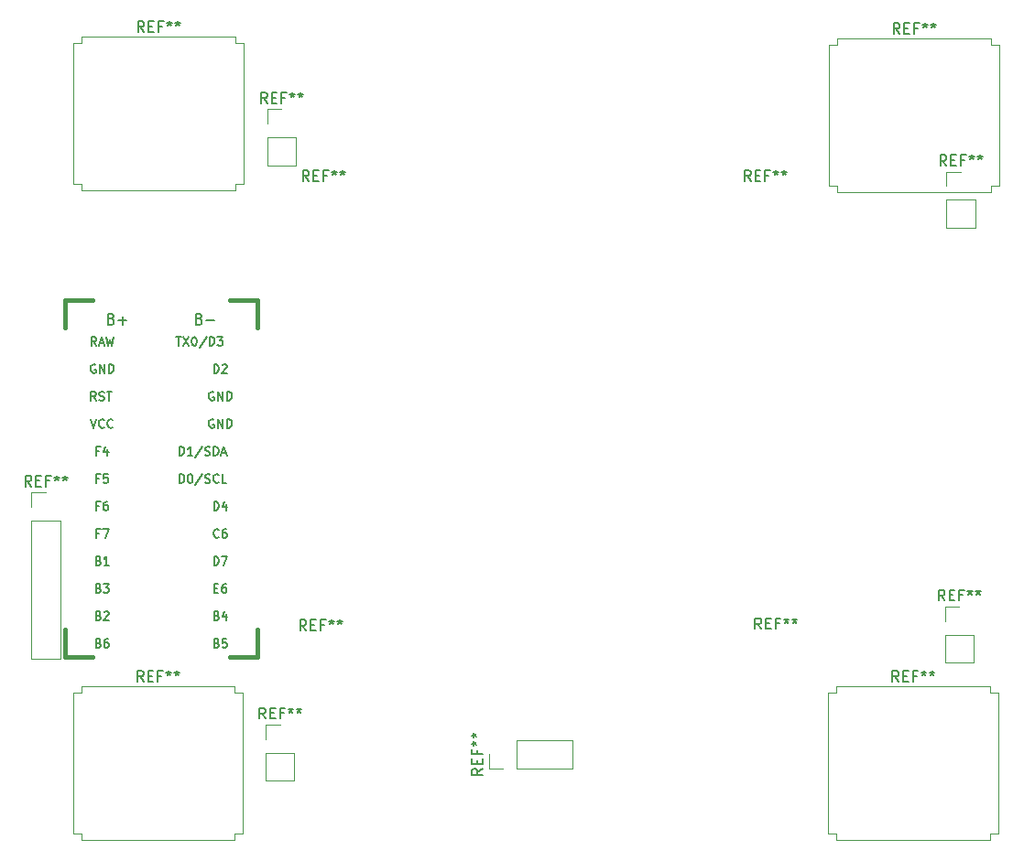
<source format=gbr>
%TF.GenerationSoftware,KiCad,Pcbnew,(6.0.1)*%
%TF.CreationDate,2022-07-08T00:12:44-07:00*%
%TF.ProjectId,OpenEx Rev2,4f70656e-4578-4205-9265-76322e6b6963,rev?*%
%TF.SameCoordinates,Original*%
%TF.FileFunction,Legend,Top*%
%TF.FilePolarity,Positive*%
%FSLAX46Y46*%
G04 Gerber Fmt 4.6, Leading zero omitted, Abs format (unit mm)*
G04 Created by KiCad (PCBNEW (6.0.1)) date 2022-07-08 00:12:44*
%MOMM*%
%LPD*%
G01*
G04 APERTURE LIST*
%ADD10C,0.150000*%
%ADD11C,0.120000*%
%ADD12C,0.381000*%
G04 APERTURE END LIST*
D10*
%TO.C,REF\u002A\u002A*%
X72428266Y-94540780D02*
X72094933Y-94064590D01*
X71856838Y-94540780D02*
X71856838Y-93540780D01*
X72237790Y-93540780D01*
X72333028Y-93588400D01*
X72380647Y-93636019D01*
X72428266Y-93731257D01*
X72428266Y-93874114D01*
X72380647Y-93969352D01*
X72333028Y-94016971D01*
X72237790Y-94064590D01*
X71856838Y-94064590D01*
X72856838Y-94016971D02*
X73190171Y-94016971D01*
X73333028Y-94540780D02*
X72856838Y-94540780D01*
X72856838Y-93540780D01*
X73333028Y-93540780D01*
X74094933Y-94016971D02*
X73761600Y-94016971D01*
X73761600Y-94540780D02*
X73761600Y-93540780D01*
X74237790Y-93540780D01*
X74761600Y-93540780D02*
X74761600Y-93778876D01*
X74523504Y-93683638D02*
X74761600Y-93778876D01*
X74999695Y-93683638D01*
X74618742Y-93969352D02*
X74761600Y-93778876D01*
X74904457Y-93969352D01*
X75523504Y-93540780D02*
X75523504Y-93778876D01*
X75285409Y-93683638D02*
X75523504Y-93778876D01*
X75761600Y-93683638D01*
X75380647Y-93969352D02*
X75523504Y-93778876D01*
X75666361Y-93969352D01*
X98082266Y-66276507D02*
X97748933Y-65800317D01*
X97510838Y-66276507D02*
X97510838Y-65276507D01*
X97891790Y-65276507D01*
X97987028Y-65324127D01*
X98034647Y-65371746D01*
X98082266Y-65466984D01*
X98082266Y-65609841D01*
X98034647Y-65705079D01*
X97987028Y-65752698D01*
X97891790Y-65800317D01*
X97510838Y-65800317D01*
X98510838Y-65752698D02*
X98844171Y-65752698D01*
X98987028Y-66276507D02*
X98510838Y-66276507D01*
X98510838Y-65276507D01*
X98987028Y-65276507D01*
X99748933Y-65752698D02*
X99415600Y-65752698D01*
X99415600Y-66276507D02*
X99415600Y-65276507D01*
X99891790Y-65276507D01*
X100415600Y-65276507D02*
X100415600Y-65514603D01*
X100177504Y-65419365D02*
X100415600Y-65514603D01*
X100653695Y-65419365D01*
X100272742Y-65705079D02*
X100415600Y-65514603D01*
X100558457Y-65705079D01*
X101177504Y-65276507D02*
X101177504Y-65514603D01*
X100939409Y-65419365D02*
X101177504Y-65514603D01*
X101415600Y-65419365D01*
X101034647Y-65705079D02*
X101177504Y-65514603D01*
X101320361Y-65705079D01*
X139890666Y-107729307D02*
X139557333Y-107253117D01*
X139319238Y-107729307D02*
X139319238Y-106729307D01*
X139700190Y-106729307D01*
X139795428Y-106776927D01*
X139843047Y-106824546D01*
X139890666Y-106919784D01*
X139890666Y-107062641D01*
X139843047Y-107157879D01*
X139795428Y-107205498D01*
X139700190Y-107253117D01*
X139319238Y-107253117D01*
X140319238Y-107205498D02*
X140652571Y-107205498D01*
X140795428Y-107729307D02*
X140319238Y-107729307D01*
X140319238Y-106729307D01*
X140795428Y-106729307D01*
X141557333Y-107205498D02*
X141224000Y-107205498D01*
X141224000Y-107729307D02*
X141224000Y-106729307D01*
X141700190Y-106729307D01*
X142224000Y-106729307D02*
X142224000Y-106967403D01*
X141985904Y-106872165D02*
X142224000Y-106967403D01*
X142462095Y-106872165D01*
X142081142Y-107157879D02*
X142224000Y-106967403D01*
X142366857Y-107157879D01*
X142985904Y-106729307D02*
X142985904Y-106967403D01*
X142747809Y-106872165D02*
X142985904Y-106967403D01*
X143224000Y-106872165D01*
X142843047Y-107157879D02*
X142985904Y-106967403D01*
X143128761Y-107157879D01*
X82842266Y-52497980D02*
X82508933Y-52021790D01*
X82270838Y-52497980D02*
X82270838Y-51497980D01*
X82651790Y-51497980D01*
X82747028Y-51545600D01*
X82794647Y-51593219D01*
X82842266Y-51688457D01*
X82842266Y-51831314D01*
X82794647Y-51926552D01*
X82747028Y-51974171D01*
X82651790Y-52021790D01*
X82270838Y-52021790D01*
X83270838Y-51974171D02*
X83604171Y-51974171D01*
X83747028Y-52497980D02*
X83270838Y-52497980D01*
X83270838Y-51497980D01*
X83747028Y-51497980D01*
X84508933Y-51974171D02*
X84175600Y-51974171D01*
X84175600Y-52497980D02*
X84175600Y-51497980D01*
X84651790Y-51497980D01*
X85175600Y-51497980D02*
X85175600Y-51736076D01*
X84937504Y-51640838D02*
X85175600Y-51736076D01*
X85413695Y-51640838D01*
X85032742Y-51926552D02*
X85175600Y-51736076D01*
X85318457Y-51926552D01*
X85937504Y-51497980D02*
X85937504Y-51736076D01*
X85699409Y-51640838D02*
X85937504Y-51736076D01*
X86175600Y-51640838D01*
X85794647Y-51926552D02*
X85937504Y-51736076D01*
X86080361Y-51926552D01*
X94221466Y-59082380D02*
X93888133Y-58606190D01*
X93650038Y-59082380D02*
X93650038Y-58082380D01*
X94030990Y-58082380D01*
X94126228Y-58130000D01*
X94173847Y-58177619D01*
X94221466Y-58272857D01*
X94221466Y-58415714D01*
X94173847Y-58510952D01*
X94126228Y-58558571D01*
X94030990Y-58606190D01*
X93650038Y-58606190D01*
X94650038Y-58558571D02*
X94983371Y-58558571D01*
X95126228Y-59082380D02*
X94650038Y-59082380D01*
X94650038Y-58082380D01*
X95126228Y-58082380D01*
X95888133Y-58558571D02*
X95554800Y-58558571D01*
X95554800Y-59082380D02*
X95554800Y-58082380D01*
X96030990Y-58082380D01*
X96554800Y-58082380D02*
X96554800Y-58320476D01*
X96316704Y-58225238D02*
X96554800Y-58320476D01*
X96792895Y-58225238D01*
X96411942Y-58510952D02*
X96554800Y-58320476D01*
X96697657Y-58510952D01*
X97316704Y-58082380D02*
X97316704Y-58320476D01*
X97078609Y-58225238D02*
X97316704Y-58320476D01*
X97554800Y-58225238D01*
X97173847Y-58510952D02*
X97316704Y-58320476D01*
X97459561Y-58510952D01*
X114149580Y-120662533D02*
X113673390Y-120995866D01*
X114149580Y-121233961D02*
X113149580Y-121233961D01*
X113149580Y-120853009D01*
X113197200Y-120757771D01*
X113244819Y-120710152D01*
X113340057Y-120662533D01*
X113482914Y-120662533D01*
X113578152Y-120710152D01*
X113625771Y-120757771D01*
X113673390Y-120853009D01*
X113673390Y-121233961D01*
X113625771Y-120233961D02*
X113625771Y-119900628D01*
X114149580Y-119757771D02*
X114149580Y-120233961D01*
X113149580Y-120233961D01*
X113149580Y-119757771D01*
X113625771Y-118995866D02*
X113625771Y-119329200D01*
X114149580Y-119329200D02*
X113149580Y-119329200D01*
X113149580Y-118853009D01*
X113149580Y-118329200D02*
X113387676Y-118329200D01*
X113292438Y-118567295D02*
X113387676Y-118329200D01*
X113292438Y-118091104D01*
X113578152Y-118472057D02*
X113387676Y-118329200D01*
X113578152Y-118186342D01*
X113149580Y-117567295D02*
X113387676Y-117567295D01*
X113292438Y-117805390D02*
X113387676Y-117567295D01*
X113292438Y-117329200D01*
X113578152Y-117710152D02*
X113387676Y-117567295D01*
X113578152Y-117424438D01*
X97828266Y-107881707D02*
X97494933Y-107405517D01*
X97256838Y-107881707D02*
X97256838Y-106881707D01*
X97637790Y-106881707D01*
X97733028Y-106929327D01*
X97780647Y-106976946D01*
X97828266Y-107072184D01*
X97828266Y-107215041D01*
X97780647Y-107310279D01*
X97733028Y-107357898D01*
X97637790Y-107405517D01*
X97256838Y-107405517D01*
X98256838Y-107357898D02*
X98590171Y-107357898D01*
X98733028Y-107881707D02*
X98256838Y-107881707D01*
X98256838Y-106881707D01*
X98733028Y-106881707D01*
X99494933Y-107357898D02*
X99161600Y-107357898D01*
X99161600Y-107881707D02*
X99161600Y-106881707D01*
X99637790Y-106881707D01*
X100161600Y-106881707D02*
X100161600Y-107119803D01*
X99923504Y-107024565D02*
X100161600Y-107119803D01*
X100399695Y-107024565D01*
X100018742Y-107310279D02*
X100161600Y-107119803D01*
X100304457Y-107310279D01*
X100923504Y-106881707D02*
X100923504Y-107119803D01*
X100685409Y-107024565D02*
X100923504Y-107119803D01*
X101161600Y-107024565D01*
X100780647Y-107310279D02*
X100923504Y-107119803D01*
X101066361Y-107310279D01*
X157010266Y-64873580D02*
X156676933Y-64397390D01*
X156438838Y-64873580D02*
X156438838Y-63873580D01*
X156819790Y-63873580D01*
X156915028Y-63921200D01*
X156962647Y-63968819D01*
X157010266Y-64064057D01*
X157010266Y-64206914D01*
X156962647Y-64302152D01*
X156915028Y-64349771D01*
X156819790Y-64397390D01*
X156438838Y-64397390D01*
X157438838Y-64349771D02*
X157772171Y-64349771D01*
X157915028Y-64873580D02*
X157438838Y-64873580D01*
X157438838Y-63873580D01*
X157915028Y-63873580D01*
X158676933Y-64349771D02*
X158343600Y-64349771D01*
X158343600Y-64873580D02*
X158343600Y-63873580D01*
X158819790Y-63873580D01*
X159343600Y-63873580D02*
X159343600Y-64111676D01*
X159105504Y-64016438D02*
X159343600Y-64111676D01*
X159581695Y-64016438D01*
X159200742Y-64302152D02*
X159343600Y-64111676D01*
X159486457Y-64302152D01*
X160105504Y-63873580D02*
X160105504Y-64111676D01*
X159867409Y-64016438D02*
X160105504Y-64111676D01*
X160343600Y-64016438D01*
X159962647Y-64302152D02*
X160105504Y-64111676D01*
X160248361Y-64302152D01*
X82791466Y-112594380D02*
X82458133Y-112118190D01*
X82220038Y-112594380D02*
X82220038Y-111594380D01*
X82600990Y-111594380D01*
X82696228Y-111642000D01*
X82743847Y-111689619D01*
X82791466Y-111784857D01*
X82791466Y-111927714D01*
X82743847Y-112022952D01*
X82696228Y-112070571D01*
X82600990Y-112118190D01*
X82220038Y-112118190D01*
X83220038Y-112070571D02*
X83553371Y-112070571D01*
X83696228Y-112594380D02*
X83220038Y-112594380D01*
X83220038Y-111594380D01*
X83696228Y-111594380D01*
X84458133Y-112070571D02*
X84124800Y-112070571D01*
X84124800Y-112594380D02*
X84124800Y-111594380D01*
X84600990Y-111594380D01*
X85124800Y-111594380D02*
X85124800Y-111832476D01*
X84886704Y-111737238D02*
X85124800Y-111832476D01*
X85362895Y-111737238D01*
X84981942Y-112022952D02*
X85124800Y-111832476D01*
X85267657Y-112022952D01*
X85886704Y-111594380D02*
X85886704Y-111832476D01*
X85648609Y-111737238D02*
X85886704Y-111832476D01*
X86124800Y-111737238D01*
X85743847Y-112022952D02*
X85886704Y-111832476D01*
X86029561Y-112022952D01*
X138925466Y-66276507D02*
X138592133Y-65800317D01*
X138354038Y-66276507D02*
X138354038Y-65276507D01*
X138734990Y-65276507D01*
X138830228Y-65324127D01*
X138877847Y-65371746D01*
X138925466Y-65466984D01*
X138925466Y-65609841D01*
X138877847Y-65705079D01*
X138830228Y-65752698D01*
X138734990Y-65800317D01*
X138354038Y-65800317D01*
X139354038Y-65752698D02*
X139687371Y-65752698D01*
X139830228Y-66276507D02*
X139354038Y-66276507D01*
X139354038Y-65276507D01*
X139830228Y-65276507D01*
X140592133Y-65752698D02*
X140258800Y-65752698D01*
X140258800Y-66276507D02*
X140258800Y-65276507D01*
X140734990Y-65276507D01*
X141258800Y-65276507D02*
X141258800Y-65514603D01*
X141020704Y-65419365D02*
X141258800Y-65514603D01*
X141496895Y-65419365D01*
X141115942Y-65705079D02*
X141258800Y-65514603D01*
X141401657Y-65705079D01*
X142020704Y-65276507D02*
X142020704Y-65514603D01*
X141782609Y-65419365D02*
X142020704Y-65514603D01*
X142258800Y-65419365D01*
X141877847Y-65705079D02*
X142020704Y-65514603D01*
X142163561Y-65705079D01*
X94069066Y-116029180D02*
X93735733Y-115552990D01*
X93497638Y-116029180D02*
X93497638Y-115029180D01*
X93878590Y-115029180D01*
X93973828Y-115076800D01*
X94021447Y-115124419D01*
X94069066Y-115219657D01*
X94069066Y-115362514D01*
X94021447Y-115457752D01*
X93973828Y-115505371D01*
X93878590Y-115552990D01*
X93497638Y-115552990D01*
X94497638Y-115505371D02*
X94830971Y-115505371D01*
X94973828Y-116029180D02*
X94497638Y-116029180D01*
X94497638Y-115029180D01*
X94973828Y-115029180D01*
X95735733Y-115505371D02*
X95402400Y-115505371D01*
X95402400Y-116029180D02*
X95402400Y-115029180D01*
X95878590Y-115029180D01*
X96402400Y-115029180D02*
X96402400Y-115267276D01*
X96164304Y-115172038D02*
X96402400Y-115267276D01*
X96640495Y-115172038D01*
X96259542Y-115457752D02*
X96402400Y-115267276D01*
X96545257Y-115457752D01*
X97164304Y-115029180D02*
X97164304Y-115267276D01*
X96926209Y-115172038D02*
X97164304Y-115267276D01*
X97402400Y-115172038D01*
X97021447Y-115457752D02*
X97164304Y-115267276D01*
X97307161Y-115457752D01*
X152692266Y-52650380D02*
X152358933Y-52174190D01*
X152120838Y-52650380D02*
X152120838Y-51650380D01*
X152501790Y-51650380D01*
X152597028Y-51698000D01*
X152644647Y-51745619D01*
X152692266Y-51840857D01*
X152692266Y-51983714D01*
X152644647Y-52078952D01*
X152597028Y-52126571D01*
X152501790Y-52174190D01*
X152120838Y-52174190D01*
X153120838Y-52126571D02*
X153454171Y-52126571D01*
X153597028Y-52650380D02*
X153120838Y-52650380D01*
X153120838Y-51650380D01*
X153597028Y-51650380D01*
X154358933Y-52126571D02*
X154025600Y-52126571D01*
X154025600Y-52650380D02*
X154025600Y-51650380D01*
X154501790Y-51650380D01*
X155025600Y-51650380D02*
X155025600Y-51888476D01*
X154787504Y-51793238D02*
X155025600Y-51888476D01*
X155263695Y-51793238D01*
X154882742Y-52078952D02*
X155025600Y-51888476D01*
X155168457Y-52078952D01*
X155787504Y-51650380D02*
X155787504Y-51888476D01*
X155549409Y-51793238D02*
X155787504Y-51888476D01*
X156025600Y-51793238D01*
X155644647Y-52078952D02*
X155787504Y-51888476D01*
X155930361Y-52078952D01*
X152590666Y-112594380D02*
X152257333Y-112118190D01*
X152019238Y-112594380D02*
X152019238Y-111594380D01*
X152400190Y-111594380D01*
X152495428Y-111642000D01*
X152543047Y-111689619D01*
X152590666Y-111784857D01*
X152590666Y-111927714D01*
X152543047Y-112022952D01*
X152495428Y-112070571D01*
X152400190Y-112118190D01*
X152019238Y-112118190D01*
X153019238Y-112070571D02*
X153352571Y-112070571D01*
X153495428Y-112594380D02*
X153019238Y-112594380D01*
X153019238Y-111594380D01*
X153495428Y-111594380D01*
X154257333Y-112070571D02*
X153924000Y-112070571D01*
X153924000Y-112594380D02*
X153924000Y-111594380D01*
X154400190Y-111594380D01*
X154924000Y-111594380D02*
X154924000Y-111832476D01*
X154685904Y-111737238D02*
X154924000Y-111832476D01*
X155162095Y-111737238D01*
X154781142Y-112022952D02*
X154924000Y-111832476D01*
X155066857Y-112022952D01*
X155685904Y-111594380D02*
X155685904Y-111832476D01*
X155447809Y-111737238D02*
X155685904Y-111832476D01*
X155924000Y-111737238D01*
X155543047Y-112022952D02*
X155685904Y-111832476D01*
X155828761Y-112022952D01*
X156857866Y-105107180D02*
X156524533Y-104630990D01*
X156286438Y-105107180D02*
X156286438Y-104107180D01*
X156667390Y-104107180D01*
X156762628Y-104154800D01*
X156810247Y-104202419D01*
X156857866Y-104297657D01*
X156857866Y-104440514D01*
X156810247Y-104535752D01*
X156762628Y-104583371D01*
X156667390Y-104630990D01*
X156286438Y-104630990D01*
X157286438Y-104583371D02*
X157619771Y-104583371D01*
X157762628Y-105107180D02*
X157286438Y-105107180D01*
X157286438Y-104107180D01*
X157762628Y-104107180D01*
X158524533Y-104583371D02*
X158191200Y-104583371D01*
X158191200Y-105107180D02*
X158191200Y-104107180D01*
X158667390Y-104107180D01*
X159191200Y-104107180D02*
X159191200Y-104345276D01*
X158953104Y-104250038D02*
X159191200Y-104345276D01*
X159429295Y-104250038D01*
X159048342Y-104535752D02*
X159191200Y-104345276D01*
X159334057Y-104535752D01*
X159953104Y-104107180D02*
X159953104Y-104345276D01*
X159715009Y-104250038D02*
X159953104Y-104345276D01*
X160191200Y-104250038D01*
X159810247Y-104535752D02*
X159953104Y-104345276D01*
X160095961Y-104535752D01*
%TO.C,U1*%
X78701933Y-93776007D02*
X78435266Y-93776007D01*
X78435266Y-94195054D02*
X78435266Y-93395054D01*
X78816219Y-93395054D01*
X79501933Y-93395054D02*
X79120980Y-93395054D01*
X79082885Y-93776007D01*
X79120980Y-93737911D01*
X79197171Y-93699816D01*
X79387647Y-93699816D01*
X79463838Y-93737911D01*
X79501933Y-93776007D01*
X79540028Y-93852197D01*
X79540028Y-94042673D01*
X79501933Y-94118864D01*
X79463838Y-94156959D01*
X79387647Y-94195054D01*
X79197171Y-94195054D01*
X79120980Y-94156959D01*
X79082885Y-94118864D01*
X78644790Y-106476007D02*
X78759076Y-106514102D01*
X78797171Y-106552197D01*
X78835266Y-106628388D01*
X78835266Y-106742673D01*
X78797171Y-106818864D01*
X78759076Y-106856959D01*
X78682885Y-106895054D01*
X78378123Y-106895054D01*
X78378123Y-106095054D01*
X78644790Y-106095054D01*
X78720980Y-106133150D01*
X78759076Y-106171245D01*
X78797171Y-106247435D01*
X78797171Y-106323626D01*
X78759076Y-106399816D01*
X78720980Y-106437911D01*
X78644790Y-106476007D01*
X78378123Y-106476007D01*
X79140028Y-106171245D02*
X79178123Y-106133150D01*
X79254314Y-106095054D01*
X79444790Y-106095054D01*
X79520980Y-106133150D01*
X79559076Y-106171245D01*
X79597171Y-106247435D01*
X79597171Y-106323626D01*
X79559076Y-106437911D01*
X79101933Y-106895054D01*
X79597171Y-106895054D01*
X78644790Y-103936007D02*
X78759076Y-103974102D01*
X78797171Y-104012197D01*
X78835266Y-104088388D01*
X78835266Y-104202673D01*
X78797171Y-104278864D01*
X78759076Y-104316959D01*
X78682885Y-104355054D01*
X78378123Y-104355054D01*
X78378123Y-103555054D01*
X78644790Y-103555054D01*
X78720980Y-103593150D01*
X78759076Y-103631245D01*
X78797171Y-103707435D01*
X78797171Y-103783626D01*
X78759076Y-103859816D01*
X78720980Y-103897911D01*
X78644790Y-103936007D01*
X78378123Y-103936007D01*
X79101933Y-103555054D02*
X79597171Y-103555054D01*
X79330504Y-103859816D01*
X79444790Y-103859816D01*
X79520980Y-103897911D01*
X79559076Y-103936007D01*
X79597171Y-104012197D01*
X79597171Y-104202673D01*
X79559076Y-104278864D01*
X79520980Y-104316959D01*
X79444790Y-104355054D01*
X79216219Y-104355054D01*
X79140028Y-104316959D01*
X79101933Y-104278864D01*
X86125314Y-94195054D02*
X86125314Y-93395054D01*
X86315790Y-93395054D01*
X86430076Y-93433150D01*
X86506266Y-93509340D01*
X86544361Y-93585530D01*
X86582457Y-93737911D01*
X86582457Y-93852197D01*
X86544361Y-94004578D01*
X86506266Y-94080769D01*
X86430076Y-94156959D01*
X86315790Y-94195054D01*
X86125314Y-94195054D01*
X87077695Y-93395054D02*
X87153885Y-93395054D01*
X87230076Y-93433150D01*
X87268171Y-93471245D01*
X87306266Y-93547435D01*
X87344361Y-93699816D01*
X87344361Y-93890292D01*
X87306266Y-94042673D01*
X87268171Y-94118864D01*
X87230076Y-94156959D01*
X87153885Y-94195054D01*
X87077695Y-94195054D01*
X87001504Y-94156959D01*
X86963409Y-94118864D01*
X86925314Y-94042673D01*
X86887219Y-93890292D01*
X86887219Y-93699816D01*
X86925314Y-93547435D01*
X86963409Y-93471245D01*
X87001504Y-93433150D01*
X87077695Y-93395054D01*
X88258647Y-93356959D02*
X87572933Y-94385530D01*
X88487219Y-94156959D02*
X88601504Y-94195054D01*
X88791980Y-94195054D01*
X88868171Y-94156959D01*
X88906266Y-94118864D01*
X88944361Y-94042673D01*
X88944361Y-93966483D01*
X88906266Y-93890292D01*
X88868171Y-93852197D01*
X88791980Y-93814102D01*
X88639600Y-93776007D01*
X88563409Y-93737911D01*
X88525314Y-93699816D01*
X88487219Y-93623626D01*
X88487219Y-93547435D01*
X88525314Y-93471245D01*
X88563409Y-93433150D01*
X88639600Y-93395054D01*
X88830076Y-93395054D01*
X88944361Y-93433150D01*
X89744361Y-94118864D02*
X89706266Y-94156959D01*
X89591980Y-94195054D01*
X89515790Y-94195054D01*
X89401504Y-94156959D01*
X89325314Y-94080769D01*
X89287219Y-94004578D01*
X89249123Y-93852197D01*
X89249123Y-93737911D01*
X89287219Y-93585530D01*
X89325314Y-93509340D01*
X89401504Y-93433150D01*
X89515790Y-93395054D01*
X89591980Y-93395054D01*
X89706266Y-93433150D01*
X89744361Y-93471245D01*
X90468171Y-94195054D02*
X90087219Y-94195054D01*
X90087219Y-93395054D01*
X86106266Y-91655054D02*
X86106266Y-90855054D01*
X86296742Y-90855054D01*
X86411028Y-90893150D01*
X86487219Y-90969340D01*
X86525314Y-91045530D01*
X86563409Y-91197911D01*
X86563409Y-91312197D01*
X86525314Y-91464578D01*
X86487219Y-91540769D01*
X86411028Y-91616959D01*
X86296742Y-91655054D01*
X86106266Y-91655054D01*
X87325314Y-91655054D02*
X86868171Y-91655054D01*
X87096742Y-91655054D02*
X87096742Y-90855054D01*
X87020552Y-90969340D01*
X86944361Y-91045530D01*
X86868171Y-91083626D01*
X88239600Y-90816959D02*
X87553885Y-91845530D01*
X88468171Y-91616959D02*
X88582457Y-91655054D01*
X88772933Y-91655054D01*
X88849123Y-91616959D01*
X88887219Y-91578864D01*
X88925314Y-91502673D01*
X88925314Y-91426483D01*
X88887219Y-91350292D01*
X88849123Y-91312197D01*
X88772933Y-91274102D01*
X88620552Y-91236007D01*
X88544361Y-91197911D01*
X88506266Y-91159816D01*
X88468171Y-91083626D01*
X88468171Y-91007435D01*
X88506266Y-90931245D01*
X88544361Y-90893150D01*
X88620552Y-90855054D01*
X88811028Y-90855054D01*
X88925314Y-90893150D01*
X89268171Y-91655054D02*
X89268171Y-90855054D01*
X89458647Y-90855054D01*
X89572933Y-90893150D01*
X89649123Y-90969340D01*
X89687219Y-91045530D01*
X89725314Y-91197911D01*
X89725314Y-91312197D01*
X89687219Y-91464578D01*
X89649123Y-91540769D01*
X89572933Y-91616959D01*
X89458647Y-91655054D01*
X89268171Y-91655054D01*
X90030076Y-91426483D02*
X90411028Y-91426483D01*
X89953885Y-91655054D02*
X90220552Y-90855054D01*
X90487219Y-91655054D01*
X89566790Y-109016007D02*
X89681076Y-109054102D01*
X89719171Y-109092197D01*
X89757266Y-109168388D01*
X89757266Y-109282673D01*
X89719171Y-109358864D01*
X89681076Y-109396959D01*
X89604885Y-109435054D01*
X89300123Y-109435054D01*
X89300123Y-108635054D01*
X89566790Y-108635054D01*
X89642980Y-108673150D01*
X89681076Y-108711245D01*
X89719171Y-108787435D01*
X89719171Y-108863626D01*
X89681076Y-108939816D01*
X89642980Y-108977911D01*
X89566790Y-109016007D01*
X89300123Y-109016007D01*
X90481076Y-108635054D02*
X90100123Y-108635054D01*
X90062028Y-109016007D01*
X90100123Y-108977911D01*
X90176314Y-108939816D01*
X90366790Y-108939816D01*
X90442980Y-108977911D01*
X90481076Y-109016007D01*
X90519171Y-109092197D01*
X90519171Y-109282673D01*
X90481076Y-109358864D01*
X90442980Y-109396959D01*
X90366790Y-109435054D01*
X90176314Y-109435054D01*
X90100123Y-109396959D01*
X90062028Y-109358864D01*
X89566790Y-106476008D02*
X89681076Y-106514103D01*
X89719171Y-106552198D01*
X89757266Y-106628389D01*
X89757266Y-106742674D01*
X89719171Y-106818865D01*
X89681076Y-106856960D01*
X89604885Y-106895055D01*
X89300123Y-106895055D01*
X89300123Y-106095055D01*
X89566790Y-106095055D01*
X89642980Y-106133151D01*
X89681076Y-106171246D01*
X89719171Y-106247436D01*
X89719171Y-106323627D01*
X89681076Y-106399817D01*
X89642980Y-106437912D01*
X89566790Y-106476008D01*
X89300123Y-106476008D01*
X90442980Y-106361722D02*
X90442980Y-106895055D01*
X90252504Y-106056960D02*
X90062028Y-106628389D01*
X90557266Y-106628389D01*
X89757266Y-99198864D02*
X89719171Y-99236959D01*
X89604885Y-99275054D01*
X89528695Y-99275054D01*
X89414409Y-99236959D01*
X89338219Y-99160769D01*
X89300123Y-99084578D01*
X89262028Y-98932197D01*
X89262028Y-98817911D01*
X89300123Y-98665530D01*
X89338219Y-98589340D01*
X89414409Y-98513150D01*
X89528695Y-98475054D01*
X89604885Y-98475054D01*
X89719171Y-98513150D01*
X89757266Y-98551245D01*
X90442980Y-98475054D02*
X90290600Y-98475054D01*
X90214409Y-98513150D01*
X90176314Y-98551245D01*
X90100123Y-98665530D01*
X90062028Y-98817911D01*
X90062028Y-99122673D01*
X90100123Y-99198864D01*
X90138219Y-99236959D01*
X90214409Y-99275054D01*
X90366790Y-99275054D01*
X90442980Y-99236959D01*
X90481076Y-99198864D01*
X90519171Y-99122673D01*
X90519171Y-98932197D01*
X90481076Y-98856007D01*
X90442980Y-98817911D01*
X90366790Y-98779816D01*
X90214409Y-98779816D01*
X90138219Y-98817911D01*
X90100123Y-98856007D01*
X90062028Y-98932197D01*
X78416219Y-81495054D02*
X78149552Y-81114102D01*
X77959076Y-81495054D02*
X77959076Y-80695054D01*
X78263838Y-80695054D01*
X78340028Y-80733150D01*
X78378123Y-80771245D01*
X78416219Y-80847435D01*
X78416219Y-80961721D01*
X78378123Y-81037911D01*
X78340028Y-81076007D01*
X78263838Y-81114102D01*
X77959076Y-81114102D01*
X78720980Y-81266483D02*
X79101933Y-81266483D01*
X78644790Y-81495054D02*
X78911457Y-80695054D01*
X79178123Y-81495054D01*
X79368600Y-80695054D02*
X79559076Y-81495054D01*
X79711457Y-80923626D01*
X79863838Y-81495054D01*
X80054314Y-80695054D01*
X78403504Y-86575054D02*
X78136838Y-86194102D01*
X77946361Y-86575054D02*
X77946361Y-85775054D01*
X78251123Y-85775054D01*
X78327314Y-85813150D01*
X78365409Y-85851245D01*
X78403504Y-85927435D01*
X78403504Y-86041721D01*
X78365409Y-86117911D01*
X78327314Y-86156007D01*
X78251123Y-86194102D01*
X77946361Y-86194102D01*
X78708266Y-86536959D02*
X78822552Y-86575054D01*
X79013028Y-86575054D01*
X79089219Y-86536959D01*
X79127314Y-86498864D01*
X79165409Y-86422673D01*
X79165409Y-86346483D01*
X79127314Y-86270292D01*
X79089219Y-86232197D01*
X79013028Y-86194102D01*
X78860647Y-86156007D01*
X78784457Y-86117911D01*
X78746361Y-86079816D01*
X78708266Y-86003626D01*
X78708266Y-85927435D01*
X78746361Y-85851245D01*
X78784457Y-85813150D01*
X78860647Y-85775054D01*
X79051123Y-85775054D01*
X79165409Y-85813150D01*
X79393980Y-85775054D02*
X79851123Y-85775054D01*
X79622552Y-86575054D02*
X79622552Y-85775054D01*
X78359076Y-83273149D02*
X78282885Y-83235053D01*
X78168600Y-83235053D01*
X78054314Y-83273149D01*
X77978123Y-83349339D01*
X77940028Y-83425529D01*
X77901933Y-83577910D01*
X77901933Y-83692196D01*
X77940028Y-83844577D01*
X77978123Y-83920768D01*
X78054314Y-83996958D01*
X78168600Y-84035053D01*
X78244790Y-84035053D01*
X78359076Y-83996958D01*
X78397171Y-83958863D01*
X78397171Y-83692196D01*
X78244790Y-83692196D01*
X78740028Y-84035053D02*
X78740028Y-83235053D01*
X79197171Y-84035053D01*
X79197171Y-83235053D01*
X79578123Y-84035053D02*
X79578123Y-83235053D01*
X79768600Y-83235053D01*
X79882885Y-83273149D01*
X79959076Y-83349339D01*
X79997171Y-83425529D01*
X80035266Y-83577910D01*
X80035266Y-83692196D01*
X79997171Y-83844577D01*
X79959076Y-83920768D01*
X79882885Y-83996958D01*
X79768600Y-84035053D01*
X79578123Y-84035053D01*
X89300123Y-84035054D02*
X89300123Y-83235054D01*
X89490600Y-83235054D01*
X89604885Y-83273150D01*
X89681076Y-83349340D01*
X89719171Y-83425530D01*
X89757266Y-83577911D01*
X89757266Y-83692197D01*
X89719171Y-83844578D01*
X89681076Y-83920769D01*
X89604885Y-83996959D01*
X89490600Y-84035054D01*
X89300123Y-84035054D01*
X90062028Y-83311245D02*
X90100123Y-83273150D01*
X90176314Y-83235054D01*
X90366790Y-83235054D01*
X90442980Y-83273150D01*
X90481076Y-83311245D01*
X90519171Y-83387435D01*
X90519171Y-83463626D01*
X90481076Y-83577911D01*
X90023933Y-84035054D01*
X90519171Y-84035054D01*
X89281076Y-85813150D02*
X89204885Y-85775054D01*
X89090600Y-85775054D01*
X88976314Y-85813150D01*
X88900123Y-85889340D01*
X88862028Y-85965530D01*
X88823933Y-86117911D01*
X88823933Y-86232197D01*
X88862028Y-86384578D01*
X88900123Y-86460769D01*
X88976314Y-86536959D01*
X89090600Y-86575054D01*
X89166790Y-86575054D01*
X89281076Y-86536959D01*
X89319171Y-86498864D01*
X89319171Y-86232197D01*
X89166790Y-86232197D01*
X89662028Y-86575054D02*
X89662028Y-85775054D01*
X90119171Y-86575054D01*
X90119171Y-85775054D01*
X90500123Y-86575054D02*
X90500123Y-85775054D01*
X90690600Y-85775054D01*
X90804885Y-85813150D01*
X90881076Y-85889340D01*
X90919171Y-85965530D01*
X90957266Y-86117911D01*
X90957266Y-86232197D01*
X90919171Y-86384578D01*
X90881076Y-86460769D01*
X90804885Y-86536959D01*
X90690600Y-86575054D01*
X90500123Y-86575054D01*
X78701933Y-91236007D02*
X78435266Y-91236007D01*
X78435266Y-91655054D02*
X78435266Y-90855054D01*
X78816219Y-90855054D01*
X79463838Y-91121721D02*
X79463838Y-91655054D01*
X79273361Y-90816959D02*
X79082885Y-91388388D01*
X79578123Y-91388388D01*
X78644790Y-101396007D02*
X78759076Y-101434102D01*
X78797171Y-101472197D01*
X78835266Y-101548388D01*
X78835266Y-101662673D01*
X78797171Y-101738864D01*
X78759076Y-101776959D01*
X78682885Y-101815054D01*
X78378123Y-101815054D01*
X78378123Y-101015054D01*
X78644790Y-101015054D01*
X78720980Y-101053150D01*
X78759076Y-101091245D01*
X78797171Y-101167435D01*
X78797171Y-101243626D01*
X78759076Y-101319816D01*
X78720980Y-101357911D01*
X78644790Y-101396007D01*
X78378123Y-101396007D01*
X79597171Y-101815054D02*
X79140028Y-101815054D01*
X79368600Y-101815054D02*
X79368600Y-101015054D01*
X79292409Y-101129340D01*
X79216219Y-101205530D01*
X79140028Y-101243626D01*
X79817980Y-79029721D02*
X79960838Y-79077340D01*
X80008457Y-79124959D01*
X80056076Y-79220197D01*
X80056076Y-79363054D01*
X80008457Y-79458292D01*
X79960838Y-79505911D01*
X79865600Y-79553530D01*
X79484647Y-79553530D01*
X79484647Y-78553530D01*
X79817980Y-78553530D01*
X79913219Y-78601150D01*
X79960838Y-78648769D01*
X80008457Y-78744007D01*
X80008457Y-78839245D01*
X79960838Y-78934483D01*
X79913219Y-78982102D01*
X79817980Y-79029721D01*
X79484647Y-79029721D01*
X80484647Y-79172578D02*
X81246552Y-79172578D01*
X80865600Y-79553530D02*
X80865600Y-78791626D01*
X89281076Y-88353150D02*
X89204885Y-88315054D01*
X89090600Y-88315054D01*
X88976314Y-88353150D01*
X88900123Y-88429340D01*
X88862028Y-88505530D01*
X88823933Y-88657911D01*
X88823933Y-88772197D01*
X88862028Y-88924578D01*
X88900123Y-89000769D01*
X88976314Y-89076959D01*
X89090600Y-89115054D01*
X89166790Y-89115054D01*
X89281076Y-89076959D01*
X89319171Y-89038864D01*
X89319171Y-88772197D01*
X89166790Y-88772197D01*
X89662028Y-89115054D02*
X89662028Y-88315054D01*
X90119171Y-89115054D01*
X90119171Y-88315054D01*
X90500123Y-89115054D02*
X90500123Y-88315054D01*
X90690600Y-88315054D01*
X90804885Y-88353150D01*
X90881076Y-88429340D01*
X90919171Y-88505530D01*
X90957266Y-88657911D01*
X90957266Y-88772197D01*
X90919171Y-88924578D01*
X90881076Y-89000769D01*
X90804885Y-89076959D01*
X90690600Y-89115054D01*
X90500123Y-89115054D01*
X78644790Y-109016007D02*
X78759076Y-109054102D01*
X78797171Y-109092197D01*
X78835266Y-109168388D01*
X78835266Y-109282673D01*
X78797171Y-109358864D01*
X78759076Y-109396959D01*
X78682885Y-109435054D01*
X78378123Y-109435054D01*
X78378123Y-108635054D01*
X78644790Y-108635054D01*
X78720980Y-108673150D01*
X78759076Y-108711245D01*
X78797171Y-108787435D01*
X78797171Y-108863626D01*
X78759076Y-108939816D01*
X78720980Y-108977911D01*
X78644790Y-109016007D01*
X78378123Y-109016007D01*
X79520980Y-108635054D02*
X79368600Y-108635054D01*
X79292409Y-108673150D01*
X79254314Y-108711245D01*
X79178123Y-108825530D01*
X79140028Y-108977911D01*
X79140028Y-109282673D01*
X79178123Y-109358864D01*
X79216219Y-109396959D01*
X79292409Y-109435054D01*
X79444790Y-109435054D01*
X79520980Y-109396959D01*
X79559076Y-109358864D01*
X79597171Y-109282673D01*
X79597171Y-109092197D01*
X79559076Y-109016007D01*
X79520980Y-108977911D01*
X79444790Y-108939816D01*
X79292409Y-108939816D01*
X79216219Y-108977911D01*
X79178123Y-109016007D01*
X79140028Y-109092197D01*
X78701933Y-96316007D02*
X78435266Y-96316007D01*
X78435266Y-96735054D02*
X78435266Y-95935054D01*
X78816219Y-95935054D01*
X79463838Y-95935054D02*
X79311457Y-95935054D01*
X79235266Y-95973150D01*
X79197171Y-96011245D01*
X79120980Y-96125530D01*
X79082885Y-96277911D01*
X79082885Y-96582673D01*
X79120980Y-96658864D01*
X79159076Y-96696959D01*
X79235266Y-96735054D01*
X79387647Y-96735054D01*
X79463838Y-96696959D01*
X79501933Y-96658864D01*
X79540028Y-96582673D01*
X79540028Y-96392197D01*
X79501933Y-96316007D01*
X79463838Y-96277911D01*
X79387647Y-96239816D01*
X79235266Y-96239816D01*
X79159076Y-96277911D01*
X79120980Y-96316007D01*
X79082885Y-96392197D01*
X89300123Y-101815054D02*
X89300123Y-101015054D01*
X89490600Y-101015054D01*
X89604885Y-101053150D01*
X89681076Y-101129340D01*
X89719171Y-101205530D01*
X89757266Y-101357911D01*
X89757266Y-101472197D01*
X89719171Y-101624578D01*
X89681076Y-101700769D01*
X89604885Y-101776959D01*
X89490600Y-101815054D01*
X89300123Y-101815054D01*
X90023933Y-101015054D02*
X90557266Y-101015054D01*
X90214409Y-101815054D01*
X85810995Y-80695055D02*
X86268138Y-80695055D01*
X86039567Y-81495055D02*
X86039567Y-80695055D01*
X86458614Y-80695055D02*
X86991948Y-81495055D01*
X86991948Y-80695055D02*
X86458614Y-81495055D01*
X87449091Y-80695055D02*
X87525281Y-80695055D01*
X87601472Y-80733151D01*
X87639567Y-80771246D01*
X87677662Y-80847436D01*
X87715757Y-80999817D01*
X87715757Y-81190293D01*
X87677662Y-81342674D01*
X87639567Y-81418865D01*
X87601472Y-81456960D01*
X87525281Y-81495055D01*
X87449091Y-81495055D01*
X87372900Y-81456960D01*
X87334805Y-81418865D01*
X87296710Y-81342674D01*
X87258614Y-81190293D01*
X87258614Y-80999817D01*
X87296710Y-80847436D01*
X87334805Y-80771246D01*
X87372900Y-80733151D01*
X87449091Y-80695055D01*
X88630043Y-80656960D02*
X87944329Y-81685531D01*
X88896710Y-81495055D02*
X88896710Y-80695055D01*
X89087186Y-80695055D01*
X89201472Y-80733151D01*
X89277662Y-80809341D01*
X89315757Y-80885531D01*
X89353852Y-81037912D01*
X89353852Y-81152198D01*
X89315757Y-81304579D01*
X89277662Y-81380770D01*
X89201472Y-81456960D01*
X89087186Y-81495055D01*
X88896710Y-81495055D01*
X89620519Y-80695055D02*
X90115757Y-80695055D01*
X89849091Y-80999817D01*
X89963376Y-80999817D01*
X90039567Y-81037912D01*
X90077662Y-81076008D01*
X90115757Y-81152198D01*
X90115757Y-81342674D01*
X90077662Y-81418865D01*
X90039567Y-81456960D01*
X89963376Y-81495055D01*
X89734805Y-81495055D01*
X89658614Y-81456960D01*
X89620519Y-81418865D01*
X87945980Y-79029721D02*
X88088838Y-79077340D01*
X88136457Y-79124959D01*
X88184076Y-79220197D01*
X88184076Y-79363054D01*
X88136457Y-79458292D01*
X88088838Y-79505911D01*
X87993600Y-79553530D01*
X87612647Y-79553530D01*
X87612647Y-78553530D01*
X87945980Y-78553530D01*
X88041219Y-78601150D01*
X88088838Y-78648769D01*
X88136457Y-78744007D01*
X88136457Y-78839245D01*
X88088838Y-78934483D01*
X88041219Y-78982102D01*
X87945980Y-79029721D01*
X87612647Y-79029721D01*
X88612647Y-79172578D02*
X89374552Y-79172578D01*
X89338219Y-103936007D02*
X89604885Y-103936007D01*
X89719171Y-104355054D02*
X89338219Y-104355054D01*
X89338219Y-103555054D01*
X89719171Y-103555054D01*
X90404885Y-103555054D02*
X90252504Y-103555054D01*
X90176314Y-103593150D01*
X90138219Y-103631245D01*
X90062028Y-103745530D01*
X90023933Y-103897911D01*
X90023933Y-104202673D01*
X90062028Y-104278864D01*
X90100123Y-104316959D01*
X90176314Y-104355054D01*
X90328695Y-104355054D01*
X90404885Y-104316959D01*
X90442980Y-104278864D01*
X90481076Y-104202673D01*
X90481076Y-104012197D01*
X90442980Y-103936007D01*
X90404885Y-103897911D01*
X90328695Y-103859816D01*
X90176314Y-103859816D01*
X90100123Y-103897911D01*
X90062028Y-103936007D01*
X90023933Y-104012197D01*
X77901933Y-88315054D02*
X78168600Y-89115054D01*
X78435266Y-88315054D01*
X79159076Y-89038864D02*
X79120980Y-89076959D01*
X79006695Y-89115054D01*
X78930504Y-89115054D01*
X78816219Y-89076959D01*
X78740028Y-89000769D01*
X78701933Y-88924578D01*
X78663838Y-88772197D01*
X78663838Y-88657911D01*
X78701933Y-88505530D01*
X78740028Y-88429340D01*
X78816219Y-88353150D01*
X78930504Y-88315054D01*
X79006695Y-88315054D01*
X79120980Y-88353150D01*
X79159076Y-88391245D01*
X79959076Y-89038864D02*
X79920980Y-89076959D01*
X79806695Y-89115054D01*
X79730504Y-89115054D01*
X79616219Y-89076959D01*
X79540028Y-89000769D01*
X79501933Y-88924578D01*
X79463838Y-88772197D01*
X79463838Y-88657911D01*
X79501933Y-88505530D01*
X79540028Y-88429340D01*
X79616219Y-88353150D01*
X79730504Y-88315054D01*
X79806695Y-88315054D01*
X79920980Y-88353150D01*
X79959076Y-88391245D01*
X89300123Y-96735054D02*
X89300123Y-95935054D01*
X89490600Y-95935054D01*
X89604885Y-95973150D01*
X89681076Y-96049340D01*
X89719171Y-96125530D01*
X89757266Y-96277911D01*
X89757266Y-96392197D01*
X89719171Y-96544578D01*
X89681076Y-96620769D01*
X89604885Y-96696959D01*
X89490600Y-96735054D01*
X89300123Y-96735054D01*
X90442980Y-96201721D02*
X90442980Y-96735054D01*
X90252504Y-95896959D02*
X90062028Y-96468388D01*
X90557266Y-96468388D01*
X78701933Y-98856007D02*
X78435266Y-98856007D01*
X78435266Y-99275054D02*
X78435266Y-98475054D01*
X78816219Y-98475054D01*
X79044790Y-98475054D02*
X79578123Y-98475054D01*
X79235266Y-99275054D01*
D11*
%TO.C,REF\u002A\u002A*%
X72431600Y-97688400D02*
X72431600Y-110448400D01*
X75091600Y-97688400D02*
X75091600Y-110448400D01*
X72431600Y-96418400D02*
X72431600Y-95088400D01*
X72431600Y-95088400D02*
X73761600Y-95088400D01*
X72431600Y-110448400D02*
X75091600Y-110448400D01*
X72431600Y-97688400D02*
X75091600Y-97688400D01*
X77075600Y-52945600D02*
X91275600Y-52945600D01*
X92025600Y-53545600D02*
X92025600Y-66545600D01*
X91275600Y-52945600D02*
X91275600Y-53545600D01*
X76325600Y-66545600D02*
X76325600Y-53545600D01*
X77075600Y-66545600D02*
X76325600Y-66545600D01*
X91275600Y-66545600D02*
X91275600Y-67145600D01*
X77075600Y-67145600D02*
X77075600Y-66545600D01*
X91275600Y-67145600D02*
X77075600Y-67145600D01*
X76325600Y-53545600D02*
X77075600Y-53545600D01*
X91275600Y-53545600D02*
X92025600Y-53545600D01*
X77075600Y-53545600D02*
X77075600Y-52945600D01*
X92025600Y-66545600D02*
X91275600Y-66545600D01*
X94224800Y-60960000D02*
X94224800Y-59630000D01*
X94224800Y-62230000D02*
X94224800Y-64830000D01*
X94224800Y-59630000D02*
X95554800Y-59630000D01*
X94224800Y-64830000D02*
X96884800Y-64830000D01*
X94224800Y-62230000D02*
X96884800Y-62230000D01*
X96884800Y-62230000D02*
X96884800Y-64830000D01*
X117297200Y-120659200D02*
X122437200Y-120659200D01*
X114697200Y-120659200D02*
X114697200Y-119329200D01*
X122437200Y-120659200D02*
X122437200Y-117999200D01*
X117297200Y-117999200D02*
X122437200Y-117999200D01*
X117297200Y-120659200D02*
X117297200Y-117999200D01*
X116027200Y-120659200D02*
X114697200Y-120659200D01*
X159673600Y-68021200D02*
X159673600Y-70621200D01*
X157013600Y-68021200D02*
X157013600Y-70621200D01*
X157013600Y-66751200D02*
X157013600Y-65421200D01*
X157013600Y-65421200D02*
X158343600Y-65421200D01*
X157013600Y-68021200D02*
X159673600Y-68021200D01*
X157013600Y-70621200D02*
X159673600Y-70621200D01*
X77024800Y-113642000D02*
X77024800Y-113042000D01*
X91224800Y-126642000D02*
X91224800Y-127242000D01*
X91974800Y-113642000D02*
X91974800Y-126642000D01*
X77024800Y-126642000D02*
X76274800Y-126642000D01*
X76274800Y-113642000D02*
X77024800Y-113642000D01*
X77024800Y-127242000D02*
X77024800Y-126642000D01*
X91224800Y-113642000D02*
X91974800Y-113642000D01*
X91224800Y-127242000D02*
X77024800Y-127242000D01*
X76274800Y-126642000D02*
X76274800Y-113642000D01*
X91974800Y-126642000D02*
X91224800Y-126642000D01*
X91224800Y-113042000D02*
X91224800Y-113642000D01*
X77024800Y-113042000D02*
X91224800Y-113042000D01*
X94072400Y-117906800D02*
X94072400Y-116576800D01*
X96732400Y-119176800D02*
X96732400Y-121776800D01*
X94072400Y-116576800D02*
X95402400Y-116576800D01*
X94072400Y-121776800D02*
X96732400Y-121776800D01*
X94072400Y-119176800D02*
X94072400Y-121776800D01*
X94072400Y-119176800D02*
X96732400Y-119176800D01*
X146925600Y-66698000D02*
X146175600Y-66698000D01*
X161125600Y-53698000D02*
X161875600Y-53698000D01*
X146925600Y-67298000D02*
X146925600Y-66698000D01*
X146175600Y-53698000D02*
X146925600Y-53698000D01*
X161125600Y-53098000D02*
X161125600Y-53698000D01*
X161875600Y-53698000D02*
X161875600Y-66698000D01*
X146175600Y-66698000D02*
X146175600Y-53698000D01*
X161125600Y-66698000D02*
X161125600Y-67298000D01*
X146925600Y-53098000D02*
X161125600Y-53098000D01*
X146925600Y-53698000D02*
X146925600Y-53098000D01*
X161875600Y-66698000D02*
X161125600Y-66698000D01*
X161125600Y-67298000D02*
X146925600Y-67298000D01*
X161774000Y-126642000D02*
X161024000Y-126642000D01*
X161024000Y-113042000D02*
X161024000Y-113642000D01*
X161024000Y-126642000D02*
X161024000Y-127242000D01*
X146824000Y-127242000D02*
X146824000Y-126642000D01*
X161024000Y-127242000D02*
X146824000Y-127242000D01*
X146074000Y-126642000D02*
X146074000Y-113642000D01*
X161024000Y-113642000D02*
X161774000Y-113642000D01*
X146824000Y-113642000D02*
X146824000Y-113042000D01*
X161774000Y-113642000D02*
X161774000Y-126642000D01*
X146824000Y-126642000D02*
X146074000Y-126642000D01*
X146074000Y-113642000D02*
X146824000Y-113642000D01*
X146824000Y-113042000D02*
X161024000Y-113042000D01*
X156861200Y-108254800D02*
X159521200Y-108254800D01*
X156861200Y-108254800D02*
X156861200Y-110854800D01*
X156861200Y-105654800D02*
X158191200Y-105654800D01*
X156861200Y-106984800D02*
X156861200Y-105654800D01*
X159521200Y-108254800D02*
X159521200Y-110854800D01*
X156861200Y-110854800D02*
X159521200Y-110854800D01*
D12*
%TO.C,U1*%
X75539600Y-110343150D02*
X75539600Y-107803150D01*
X75539600Y-79863150D02*
X75539600Y-77323150D01*
X75539600Y-77323150D02*
X78079600Y-77323150D01*
X75539600Y-110343150D02*
X78079600Y-110343150D01*
X93319600Y-79863150D02*
X93319600Y-77323150D01*
X90779600Y-77323150D02*
X93319600Y-77323150D01*
X90779600Y-110343150D02*
X93319600Y-110343150D01*
X93319600Y-110343150D02*
X93319600Y-107803150D01*
%TD*%
M02*

</source>
